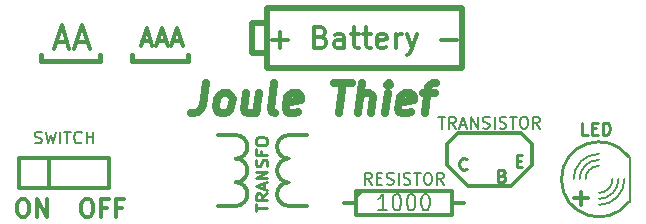
<source format=gto>
G04 #@! TF.FileFunction,Legend,Top*
%FSLAX46Y46*%
G04 Gerber Fmt 4.6, Leading zero omitted, Abs format (unit mm)*
G04 Created by KiCad (PCBNEW 4.0.7) date 01/27/18 21:13:42*
%MOMM*%
%LPD*%
G01*
G04 APERTURE LIST*
%ADD10C,0.150000*%
%ADD11C,0.400000*%
%ADD12C,0.200000*%
%ADD13C,0.300000*%
%ADD14C,0.635000*%
%ADD15C,0.254000*%
%ADD16C,0.508000*%
%ADD17C,0.203200*%
%ADD18C,0.152400*%
%ADD19C,0.304800*%
%ADD20C,0.250000*%
G04 APERTURE END LIST*
D10*
D11*
X144500000Y-108000000D02*
X144500000Y-107500000D01*
X139750000Y-108000000D02*
X144500000Y-108000000D01*
X139750000Y-107500000D02*
X139750000Y-108000000D01*
X137000000Y-107750000D02*
X137000000Y-107500000D01*
X132000000Y-108000000D02*
X137000000Y-108000000D01*
X132000000Y-107500000D02*
X132000000Y-108000000D01*
D12*
X160011905Y-118452381D02*
X159678571Y-117976190D01*
X159440476Y-118452381D02*
X159440476Y-117452381D01*
X159821429Y-117452381D01*
X159916667Y-117500000D01*
X159964286Y-117547619D01*
X160011905Y-117642857D01*
X160011905Y-117785714D01*
X159964286Y-117880952D01*
X159916667Y-117928571D01*
X159821429Y-117976190D01*
X159440476Y-117976190D01*
X160440476Y-117928571D02*
X160773810Y-117928571D01*
X160916667Y-118452381D02*
X160440476Y-118452381D01*
X160440476Y-117452381D01*
X160916667Y-117452381D01*
X161297619Y-118404762D02*
X161440476Y-118452381D01*
X161678572Y-118452381D01*
X161773810Y-118404762D01*
X161821429Y-118357143D01*
X161869048Y-118261905D01*
X161869048Y-118166667D01*
X161821429Y-118071429D01*
X161773810Y-118023810D01*
X161678572Y-117976190D01*
X161488095Y-117928571D01*
X161392857Y-117880952D01*
X161345238Y-117833333D01*
X161297619Y-117738095D01*
X161297619Y-117642857D01*
X161345238Y-117547619D01*
X161392857Y-117500000D01*
X161488095Y-117452381D01*
X161726191Y-117452381D01*
X161869048Y-117500000D01*
X162297619Y-118452381D02*
X162297619Y-117452381D01*
X162726190Y-118404762D02*
X162869047Y-118452381D01*
X163107143Y-118452381D01*
X163202381Y-118404762D01*
X163250000Y-118357143D01*
X163297619Y-118261905D01*
X163297619Y-118166667D01*
X163250000Y-118071429D01*
X163202381Y-118023810D01*
X163107143Y-117976190D01*
X162916666Y-117928571D01*
X162821428Y-117880952D01*
X162773809Y-117833333D01*
X162726190Y-117738095D01*
X162726190Y-117642857D01*
X162773809Y-117547619D01*
X162821428Y-117500000D01*
X162916666Y-117452381D01*
X163154762Y-117452381D01*
X163297619Y-117500000D01*
X163583333Y-117452381D02*
X164154762Y-117452381D01*
X163869047Y-118452381D02*
X163869047Y-117452381D01*
X164678571Y-117452381D02*
X164869048Y-117452381D01*
X164964286Y-117500000D01*
X165059524Y-117595238D01*
X165107143Y-117785714D01*
X165107143Y-118119048D01*
X165059524Y-118309524D01*
X164964286Y-118404762D01*
X164869048Y-118452381D01*
X164678571Y-118452381D01*
X164583333Y-118404762D01*
X164488095Y-118309524D01*
X164440476Y-118119048D01*
X164440476Y-117785714D01*
X164488095Y-117595238D01*
X164583333Y-117500000D01*
X164678571Y-117452381D01*
X166107143Y-118452381D02*
X165773809Y-117976190D01*
X165535714Y-118452381D02*
X165535714Y-117452381D01*
X165916667Y-117452381D01*
X166011905Y-117500000D01*
X166059524Y-117547619D01*
X166107143Y-117642857D01*
X166107143Y-117785714D01*
X166059524Y-117880952D01*
X166011905Y-117928571D01*
X165916667Y-117976190D01*
X165535714Y-117976190D01*
X131500000Y-114904762D02*
X131642857Y-114952381D01*
X131880953Y-114952381D01*
X131976191Y-114904762D01*
X132023810Y-114857143D01*
X132071429Y-114761905D01*
X132071429Y-114666667D01*
X132023810Y-114571429D01*
X131976191Y-114523810D01*
X131880953Y-114476190D01*
X131690476Y-114428571D01*
X131595238Y-114380952D01*
X131547619Y-114333333D01*
X131500000Y-114238095D01*
X131500000Y-114142857D01*
X131547619Y-114047619D01*
X131595238Y-114000000D01*
X131690476Y-113952381D01*
X131928572Y-113952381D01*
X132071429Y-114000000D01*
X132404762Y-113952381D02*
X132642857Y-114952381D01*
X132833334Y-114238095D01*
X133023810Y-114952381D01*
X133261905Y-113952381D01*
X133642857Y-114952381D02*
X133642857Y-113952381D01*
X133976190Y-113952381D02*
X134547619Y-113952381D01*
X134261904Y-114952381D02*
X134261904Y-113952381D01*
X135452381Y-114857143D02*
X135404762Y-114904762D01*
X135261905Y-114952381D01*
X135166667Y-114952381D01*
X135023809Y-114904762D01*
X134928571Y-114809524D01*
X134880952Y-114714286D01*
X134833333Y-114523810D01*
X134833333Y-114380952D01*
X134880952Y-114190476D01*
X134928571Y-114095238D01*
X135023809Y-114000000D01*
X135166667Y-113952381D01*
X135261905Y-113952381D01*
X135404762Y-114000000D01*
X135452381Y-114047619D01*
X135880952Y-114952381D02*
X135880952Y-113952381D01*
X135880952Y-114428571D02*
X136452381Y-114428571D01*
X136452381Y-114952381D02*
X136452381Y-113952381D01*
X165666667Y-112702381D02*
X166238096Y-112702381D01*
X165952381Y-113702381D02*
X165952381Y-112702381D01*
X167142858Y-113702381D02*
X166809524Y-113226190D01*
X166571429Y-113702381D02*
X166571429Y-112702381D01*
X166952382Y-112702381D01*
X167047620Y-112750000D01*
X167095239Y-112797619D01*
X167142858Y-112892857D01*
X167142858Y-113035714D01*
X167095239Y-113130952D01*
X167047620Y-113178571D01*
X166952382Y-113226190D01*
X166571429Y-113226190D01*
X167523810Y-113416667D02*
X168000001Y-113416667D01*
X167428572Y-113702381D02*
X167761905Y-112702381D01*
X168095239Y-113702381D01*
X168428572Y-113702381D02*
X168428572Y-112702381D01*
X169000001Y-113702381D01*
X169000001Y-112702381D01*
X169428572Y-113654762D02*
X169571429Y-113702381D01*
X169809525Y-113702381D01*
X169904763Y-113654762D01*
X169952382Y-113607143D01*
X170000001Y-113511905D01*
X170000001Y-113416667D01*
X169952382Y-113321429D01*
X169904763Y-113273810D01*
X169809525Y-113226190D01*
X169619048Y-113178571D01*
X169523810Y-113130952D01*
X169476191Y-113083333D01*
X169428572Y-112988095D01*
X169428572Y-112892857D01*
X169476191Y-112797619D01*
X169523810Y-112750000D01*
X169619048Y-112702381D01*
X169857144Y-112702381D01*
X170000001Y-112750000D01*
X170428572Y-113702381D02*
X170428572Y-112702381D01*
X170857143Y-113654762D02*
X171000000Y-113702381D01*
X171238096Y-113702381D01*
X171333334Y-113654762D01*
X171380953Y-113607143D01*
X171428572Y-113511905D01*
X171428572Y-113416667D01*
X171380953Y-113321429D01*
X171333334Y-113273810D01*
X171238096Y-113226190D01*
X171047619Y-113178571D01*
X170952381Y-113130952D01*
X170904762Y-113083333D01*
X170857143Y-112988095D01*
X170857143Y-112892857D01*
X170904762Y-112797619D01*
X170952381Y-112750000D01*
X171047619Y-112702381D01*
X171285715Y-112702381D01*
X171428572Y-112750000D01*
X171714286Y-112702381D02*
X172285715Y-112702381D01*
X172000000Y-113702381D02*
X172000000Y-112702381D01*
X172809524Y-112702381D02*
X173000001Y-112702381D01*
X173095239Y-112750000D01*
X173190477Y-112845238D01*
X173238096Y-113035714D01*
X173238096Y-113369048D01*
X173190477Y-113559524D01*
X173095239Y-113654762D01*
X173000001Y-113702381D01*
X172809524Y-113702381D01*
X172714286Y-113654762D01*
X172619048Y-113559524D01*
X172571429Y-113369048D01*
X172571429Y-113035714D01*
X172619048Y-112845238D01*
X172714286Y-112750000D01*
X172809524Y-112702381D01*
X174238096Y-113702381D02*
X173904762Y-113226190D01*
X173666667Y-113702381D02*
X173666667Y-112702381D01*
X174047620Y-112702381D01*
X174142858Y-112750000D01*
X174190477Y-112797619D01*
X174238096Y-112892857D01*
X174238096Y-113035714D01*
X174190477Y-113130952D01*
X174142858Y-113178571D01*
X174047620Y-113226190D01*
X173666667Y-113226190D01*
D13*
X130357143Y-119678571D02*
X130642857Y-119678571D01*
X130785715Y-119750000D01*
X130928572Y-119892857D01*
X131000000Y-120178571D01*
X131000000Y-120678571D01*
X130928572Y-120964286D01*
X130785715Y-121107143D01*
X130642857Y-121178571D01*
X130357143Y-121178571D01*
X130214286Y-121107143D01*
X130071429Y-120964286D01*
X130000000Y-120678571D01*
X130000000Y-120178571D01*
X130071429Y-119892857D01*
X130214286Y-119750000D01*
X130357143Y-119678571D01*
X131642858Y-121178571D02*
X131642858Y-119678571D01*
X132500001Y-121178571D01*
X132500001Y-119678571D01*
X135785715Y-119678571D02*
X136071429Y-119678571D01*
X136214287Y-119750000D01*
X136357144Y-119892857D01*
X136428572Y-120178571D01*
X136428572Y-120678571D01*
X136357144Y-120964286D01*
X136214287Y-121107143D01*
X136071429Y-121178571D01*
X135785715Y-121178571D01*
X135642858Y-121107143D01*
X135500001Y-120964286D01*
X135428572Y-120678571D01*
X135428572Y-120178571D01*
X135500001Y-119892857D01*
X135642858Y-119750000D01*
X135785715Y-119678571D01*
X137571430Y-120392857D02*
X137071430Y-120392857D01*
X137071430Y-121178571D02*
X137071430Y-119678571D01*
X137785716Y-119678571D01*
X138857144Y-120392857D02*
X138357144Y-120392857D01*
X138357144Y-121178571D02*
X138357144Y-119678571D01*
X139071430Y-119678571D01*
D14*
X145981488Y-109859048D02*
X145754702Y-111673333D01*
X145588393Y-112036190D01*
X145316250Y-112278095D01*
X144938274Y-112399048D01*
X144696369Y-112399048D01*
X147236369Y-112399048D02*
X147009583Y-112278095D01*
X146903750Y-112157143D01*
X146813036Y-111915238D01*
X146903751Y-111189524D01*
X147054941Y-110947619D01*
X147191012Y-110826667D01*
X147448036Y-110705714D01*
X147810893Y-110705714D01*
X148037679Y-110826667D01*
X148143512Y-110947619D01*
X148234227Y-111189524D01*
X148143512Y-111915238D01*
X147992321Y-112157143D01*
X147856250Y-112278095D01*
X147599226Y-112399048D01*
X147236369Y-112399048D01*
X150471845Y-110705714D02*
X150260178Y-112399048D01*
X149383274Y-110705714D02*
X149216964Y-112036190D01*
X149307678Y-112278095D01*
X149534464Y-112399048D01*
X149897321Y-112399048D01*
X150154345Y-112278095D01*
X150290416Y-112157143D01*
X151832559Y-112399048D02*
X151605773Y-112278095D01*
X151515059Y-112036190D01*
X151787202Y-109859048D01*
X153782916Y-112278095D02*
X153525892Y-112399048D01*
X153042083Y-112399048D01*
X152815297Y-112278095D01*
X152724583Y-112036190D01*
X152845536Y-111068571D01*
X152996726Y-110826667D01*
X153253750Y-110705714D01*
X153737559Y-110705714D01*
X153964345Y-110826667D01*
X154055059Y-111068571D01*
X154024821Y-111310476D01*
X152785059Y-111552381D01*
X156867202Y-109859048D02*
X158318630Y-109859048D01*
X157275416Y-112399048D02*
X157592916Y-109859048D01*
X158847797Y-112399048D02*
X159165297Y-109859048D01*
X159936368Y-112399048D02*
X160102678Y-111068571D01*
X160011964Y-110826667D01*
X159785178Y-110705714D01*
X159422321Y-110705714D01*
X159165297Y-110826667D01*
X159029226Y-110947619D01*
X161145892Y-112399048D02*
X161357559Y-110705714D01*
X161463392Y-109859048D02*
X161327321Y-109980000D01*
X161433154Y-110100952D01*
X161569225Y-109980000D01*
X161463392Y-109859048D01*
X161433154Y-110100952D01*
X163338154Y-112278095D02*
X163081130Y-112399048D01*
X162597321Y-112399048D01*
X162370535Y-112278095D01*
X162279821Y-112036190D01*
X162400774Y-111068571D01*
X162551964Y-110826667D01*
X162808988Y-110705714D01*
X163292797Y-110705714D01*
X163519583Y-110826667D01*
X163610297Y-111068571D01*
X163580059Y-111310476D01*
X162340297Y-111552381D01*
X164381369Y-110705714D02*
X165348988Y-110705714D01*
X164532559Y-112399048D02*
X164804702Y-110221905D01*
X164955892Y-109980000D01*
X165212916Y-109859048D01*
X165454821Y-109859048D01*
D13*
X177178572Y-119607143D02*
X178321429Y-119607143D01*
X177750000Y-120178571D02*
X177750000Y-119035714D01*
D15*
X171072571Y-117677429D02*
X171217714Y-117725810D01*
X171266095Y-117774190D01*
X171314476Y-117870952D01*
X171314476Y-118016095D01*
X171266095Y-118112857D01*
X171217714Y-118161238D01*
X171120952Y-118209619D01*
X170733905Y-118209619D01*
X170733905Y-117193619D01*
X171072571Y-117193619D01*
X171169333Y-117242000D01*
X171217714Y-117290381D01*
X171266095Y-117387143D01*
X171266095Y-117483905D01*
X171217714Y-117580667D01*
X171169333Y-117629048D01*
X171072571Y-117677429D01*
X170733905Y-117677429D01*
X168064476Y-117112857D02*
X168016095Y-117161238D01*
X167870952Y-117209619D01*
X167774190Y-117209619D01*
X167629048Y-117161238D01*
X167532286Y-117064476D01*
X167483905Y-116967714D01*
X167435524Y-116774190D01*
X167435524Y-116629048D01*
X167483905Y-116435524D01*
X167532286Y-116338762D01*
X167629048Y-116242000D01*
X167774190Y-116193619D01*
X167870952Y-116193619D01*
X168016095Y-116242000D01*
X168064476Y-116290381D01*
X172282286Y-116427429D02*
X172620952Y-116427429D01*
X172766095Y-116959619D02*
X172282286Y-116959619D01*
X172282286Y-115943619D01*
X172766095Y-115943619D01*
D16*
X151130000Y-108585000D02*
X167640000Y-108585000D01*
X151130000Y-103505000D02*
X167640000Y-103505000D01*
X151130000Y-104775000D02*
X149860000Y-104775000D01*
X149860000Y-104775000D02*
X149860000Y-107315000D01*
X149860000Y-107315000D02*
X151130000Y-107315000D01*
X151130000Y-108585000D02*
X151130000Y-103505000D01*
X167640000Y-103505000D02*
X167640000Y-108585000D01*
D13*
X148500000Y-120250000D02*
X147000000Y-120250000D01*
X148500000Y-114250000D02*
X147000000Y-114250000D01*
X153000000Y-114250000D02*
X154500000Y-114250000D01*
X153000000Y-120250000D02*
X154500000Y-120250000D01*
X148500000Y-120250000D02*
G75*
G03X149500000Y-119250000I0J1000000D01*
G01*
X149500000Y-119250000D02*
G75*
G03X148500000Y-118250000I-1000000J0D01*
G01*
X148500000Y-118250000D02*
G75*
G03X149500000Y-117250000I0J1000000D01*
G01*
X149500000Y-117250000D02*
G75*
G03X148500000Y-116250000I-1000000J0D01*
G01*
X148500000Y-116250000D02*
G75*
G03X149500000Y-115250000I0J1000000D01*
G01*
X149500000Y-115250000D02*
G75*
G03X148500000Y-114250000I-1000000J0D01*
G01*
X152000000Y-119250000D02*
G75*
G03X153000000Y-120250000I1000000J0D01*
G01*
X153000000Y-118250000D02*
G75*
G03X152000000Y-119250000I0J-1000000D01*
G01*
X152000000Y-117250000D02*
G75*
G03X153000000Y-118250000I1000000J0D01*
G01*
X153000000Y-116250000D02*
G75*
G03X152000000Y-117250000I0J-1000000D01*
G01*
X152000000Y-115250000D02*
G75*
G03X153000000Y-116250000I1000000J0D01*
G01*
X153000000Y-114250000D02*
G75*
G03X152000000Y-115250000I0J-1000000D01*
G01*
D17*
X181844800Y-119905000D02*
X181844800Y-116095000D01*
D15*
X181791997Y-116092332D02*
G75*
G03X181794000Y-119905000I-2537997J-1907668D01*
G01*
D18*
X179254000Y-116857000D02*
G75*
G03X178111000Y-118000000I0J-1143000D01*
G01*
X179254000Y-119143000D02*
G75*
G03X180397000Y-118000000I0J1143000D01*
G01*
X179254000Y-116349000D02*
G75*
G03X177603000Y-118000000I0J-1651000D01*
G01*
X179254000Y-119651000D02*
G75*
G03X180905000Y-118000000I0J1651000D01*
G01*
X179254000Y-115841000D02*
G75*
G03X177095000Y-118000000I0J-2159000D01*
G01*
X179254000Y-120159000D02*
G75*
G03X181413000Y-118000000I0J2159000D01*
G01*
D19*
X172694077Y-114101974D02*
X167305923Y-114101974D01*
X167305923Y-114101974D02*
X166407898Y-115000000D01*
X166407898Y-115000000D02*
X166407898Y-116796051D01*
X166407898Y-116796051D02*
X168203949Y-118592102D01*
X168203949Y-118592102D02*
X171796051Y-118592102D01*
X171796051Y-118592102D02*
X173592102Y-116796051D01*
X173592102Y-116796051D02*
X173592102Y-115000000D01*
X173592102Y-115000000D02*
X172694077Y-114101974D01*
X157670000Y-120000000D02*
X158686000Y-120000000D01*
X158686000Y-120000000D02*
X158686000Y-118984000D01*
X158686000Y-118984000D02*
X166814000Y-118984000D01*
X166814000Y-118984000D02*
X166814000Y-121016000D01*
X166814000Y-121016000D02*
X158686000Y-121016000D01*
X158686000Y-121016000D02*
X158686000Y-120000000D01*
X158686000Y-119492000D02*
X159194000Y-118984000D01*
X167830000Y-120000000D02*
X166814000Y-120000000D01*
X130190000Y-118770000D02*
X130190000Y-116230000D01*
X130190000Y-116230000D02*
X137810000Y-116230000D01*
X137810000Y-116230000D02*
X137810000Y-118770000D01*
X137810000Y-118770000D02*
X130190000Y-118770000D01*
X132730000Y-116230000D02*
X132730000Y-118770000D01*
D13*
X140597143Y-106295000D02*
X141311429Y-106295000D01*
X140454286Y-106723571D02*
X140954286Y-105223571D01*
X141454286Y-106723571D01*
X141882857Y-106295000D02*
X142597143Y-106295000D01*
X141740000Y-106723571D02*
X142240000Y-105223571D01*
X142740000Y-106723571D01*
X143168571Y-106295000D02*
X143882857Y-106295000D01*
X143025714Y-106723571D02*
X143525714Y-105223571D01*
X144025714Y-106723571D01*
X133286666Y-106378333D02*
X134239047Y-106378333D01*
X133096190Y-106949762D02*
X133762857Y-104949762D01*
X134429524Y-106949762D01*
X135000952Y-106378333D02*
X135953333Y-106378333D01*
X134810476Y-106949762D02*
X135477143Y-104949762D01*
X136143810Y-106949762D01*
D19*
X151553333Y-106172000D02*
X152908000Y-106172000D01*
X152230667Y-106849333D02*
X152230667Y-105494667D01*
X155702000Y-105918000D02*
X155956000Y-106002667D01*
X156040667Y-106087333D01*
X156125333Y-106256667D01*
X156125333Y-106510667D01*
X156040667Y-106680000D01*
X155956000Y-106764667D01*
X155786667Y-106849333D01*
X155109333Y-106849333D01*
X155109333Y-105071333D01*
X155702000Y-105071333D01*
X155871333Y-105156000D01*
X155956000Y-105240667D01*
X156040667Y-105410000D01*
X156040667Y-105579333D01*
X155956000Y-105748667D01*
X155871333Y-105833333D01*
X155702000Y-105918000D01*
X155109333Y-105918000D01*
X157649333Y-106849333D02*
X157649333Y-105918000D01*
X157564667Y-105748667D01*
X157395333Y-105664000D01*
X157056667Y-105664000D01*
X156887333Y-105748667D01*
X157649333Y-106764667D02*
X157480000Y-106849333D01*
X157056667Y-106849333D01*
X156887333Y-106764667D01*
X156802667Y-106595333D01*
X156802667Y-106426000D01*
X156887333Y-106256667D01*
X157056667Y-106172000D01*
X157480000Y-106172000D01*
X157649333Y-106087333D01*
X158242000Y-105664000D02*
X158919334Y-105664000D01*
X158496000Y-105071333D02*
X158496000Y-106595333D01*
X158580667Y-106764667D01*
X158750000Y-106849333D01*
X158919334Y-106849333D01*
X159258000Y-105664000D02*
X159935334Y-105664000D01*
X159512000Y-105071333D02*
X159512000Y-106595333D01*
X159596667Y-106764667D01*
X159766000Y-106849333D01*
X159935334Y-106849333D01*
X161205334Y-106764667D02*
X161036000Y-106849333D01*
X160697334Y-106849333D01*
X160528000Y-106764667D01*
X160443334Y-106595333D01*
X160443334Y-105918000D01*
X160528000Y-105748667D01*
X160697334Y-105664000D01*
X161036000Y-105664000D01*
X161205334Y-105748667D01*
X161290000Y-105918000D01*
X161290000Y-106087333D01*
X160443334Y-106256667D01*
X162052000Y-106849333D02*
X162052000Y-105664000D01*
X162052000Y-106002667D02*
X162136667Y-105833333D01*
X162221334Y-105748667D01*
X162390667Y-105664000D01*
X162560000Y-105664000D01*
X162983334Y-105664000D02*
X163406667Y-106849333D01*
X163830001Y-105664000D02*
X163406667Y-106849333D01*
X163237334Y-107272667D01*
X163152667Y-107357333D01*
X162983334Y-107442000D01*
X165862001Y-106172000D02*
X167216668Y-106172000D01*
D20*
X150182381Y-120670667D02*
X150182381Y-120099238D01*
X151182381Y-120384953D02*
X150182381Y-120384953D01*
X151182381Y-119194476D02*
X150706190Y-119527810D01*
X151182381Y-119765905D02*
X150182381Y-119765905D01*
X150182381Y-119384952D01*
X150230000Y-119289714D01*
X150277619Y-119242095D01*
X150372857Y-119194476D01*
X150515714Y-119194476D01*
X150610952Y-119242095D01*
X150658571Y-119289714D01*
X150706190Y-119384952D01*
X150706190Y-119765905D01*
X150896667Y-118813524D02*
X150896667Y-118337333D01*
X151182381Y-118908762D02*
X150182381Y-118575429D01*
X151182381Y-118242095D01*
X151182381Y-117908762D02*
X150182381Y-117908762D01*
X151182381Y-117337333D01*
X150182381Y-117337333D01*
X151134762Y-116908762D02*
X151182381Y-116765905D01*
X151182381Y-116527809D01*
X151134762Y-116432571D01*
X151087143Y-116384952D01*
X150991905Y-116337333D01*
X150896667Y-116337333D01*
X150801429Y-116384952D01*
X150753810Y-116432571D01*
X150706190Y-116527809D01*
X150658571Y-116718286D01*
X150610952Y-116813524D01*
X150563333Y-116861143D01*
X150468095Y-116908762D01*
X150372857Y-116908762D01*
X150277619Y-116861143D01*
X150230000Y-116813524D01*
X150182381Y-116718286D01*
X150182381Y-116480190D01*
X150230000Y-116337333D01*
X150658571Y-115575428D02*
X150658571Y-115908762D01*
X151182381Y-115908762D02*
X150182381Y-115908762D01*
X150182381Y-115432571D01*
X150182381Y-114861143D02*
X150182381Y-114670666D01*
X150230000Y-114575428D01*
X150325238Y-114480190D01*
X150515714Y-114432571D01*
X150849048Y-114432571D01*
X151039524Y-114480190D01*
X151134762Y-114575428D01*
X151182381Y-114670666D01*
X151182381Y-114861143D01*
X151134762Y-114956381D01*
X151039524Y-115051619D01*
X150849048Y-115099238D01*
X150515714Y-115099238D01*
X150325238Y-115051619D01*
X150230000Y-114956381D01*
X150182381Y-114861143D01*
D15*
X178346857Y-114209619D02*
X177863048Y-114209619D01*
X177863048Y-113193619D01*
X178685524Y-113677429D02*
X179024190Y-113677429D01*
X179169333Y-114209619D02*
X178685524Y-114209619D01*
X178685524Y-113193619D01*
X179169333Y-113193619D01*
X179604762Y-114209619D02*
X179604762Y-113193619D01*
X179846667Y-113193619D01*
X179991809Y-113242000D01*
X180088571Y-113338762D01*
X180136952Y-113435524D01*
X180185333Y-113629048D01*
X180185333Y-113774190D01*
X180136952Y-113967714D01*
X180088571Y-114064476D01*
X179991809Y-114161238D01*
X179846667Y-114209619D01*
X179604762Y-114209619D01*
D17*
X161298571Y-120631976D02*
X160572857Y-120631976D01*
X160935714Y-120631976D02*
X160935714Y-119234976D01*
X160814762Y-119434548D01*
X160693809Y-119567595D01*
X160572857Y-119634119D01*
X162084762Y-119234976D02*
X162205714Y-119234976D01*
X162326666Y-119301500D01*
X162387143Y-119368024D01*
X162447619Y-119501071D01*
X162508095Y-119767167D01*
X162508095Y-120099786D01*
X162447619Y-120365881D01*
X162387143Y-120498929D01*
X162326666Y-120565452D01*
X162205714Y-120631976D01*
X162084762Y-120631976D01*
X161963809Y-120565452D01*
X161903333Y-120498929D01*
X161842857Y-120365881D01*
X161782381Y-120099786D01*
X161782381Y-119767167D01*
X161842857Y-119501071D01*
X161903333Y-119368024D01*
X161963809Y-119301500D01*
X162084762Y-119234976D01*
X163294286Y-119234976D02*
X163415238Y-119234976D01*
X163536190Y-119301500D01*
X163596667Y-119368024D01*
X163657143Y-119501071D01*
X163717619Y-119767167D01*
X163717619Y-120099786D01*
X163657143Y-120365881D01*
X163596667Y-120498929D01*
X163536190Y-120565452D01*
X163415238Y-120631976D01*
X163294286Y-120631976D01*
X163173333Y-120565452D01*
X163112857Y-120498929D01*
X163052381Y-120365881D01*
X162991905Y-120099786D01*
X162991905Y-119767167D01*
X163052381Y-119501071D01*
X163112857Y-119368024D01*
X163173333Y-119301500D01*
X163294286Y-119234976D01*
X164503810Y-119234976D02*
X164624762Y-119234976D01*
X164745714Y-119301500D01*
X164806191Y-119368024D01*
X164866667Y-119501071D01*
X164927143Y-119767167D01*
X164927143Y-120099786D01*
X164866667Y-120365881D01*
X164806191Y-120498929D01*
X164745714Y-120565452D01*
X164624762Y-120631976D01*
X164503810Y-120631976D01*
X164382857Y-120565452D01*
X164322381Y-120498929D01*
X164261905Y-120365881D01*
X164201429Y-120099786D01*
X164201429Y-119767167D01*
X164261905Y-119501071D01*
X164322381Y-119368024D01*
X164382857Y-119301500D01*
X164503810Y-119234976D01*
M02*

</source>
